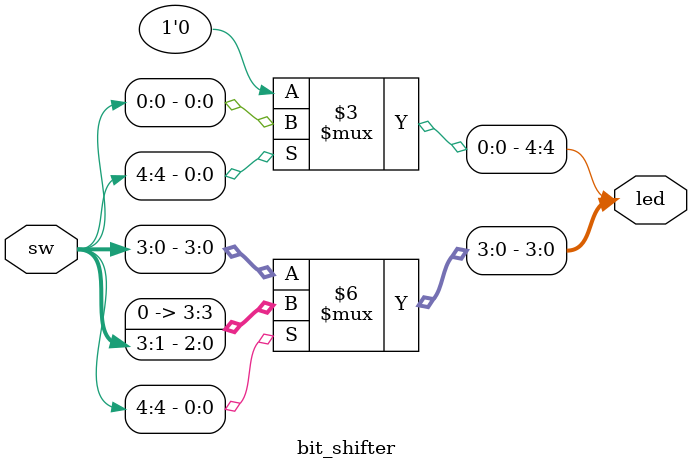
<source format=sv>
`timescale 1ns / 1ps


module bit_shifter (
    input  logic [4:0] sw,
    output logic [4:0] led
    );
always_comb begin
        if (sw[4]) begin
            led[3:0] = {1'b0, sw[3:1]};
            led[4] = sw[0];
        end
        else begin
            led[3:0] = sw;
            led[4] = 1'b0;
        end
    end
endmodule

</source>
